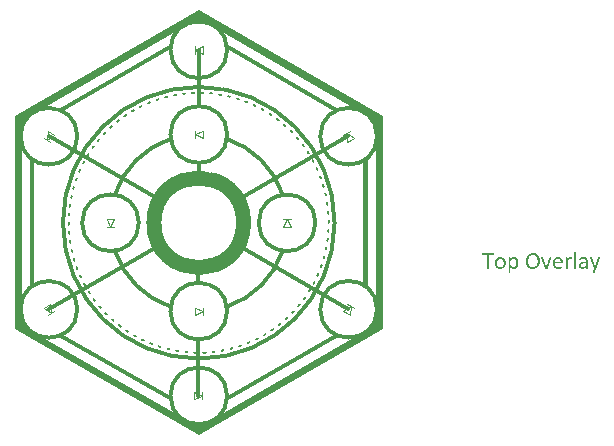
<source format=gto>
G04*
G04 #@! TF.GenerationSoftware,Altium Limited,Altium Designer,20.1.14 (287)*
G04*
G04 Layer_Color=65535*
%FSLAX44Y44*%
%MOMM*%
G71*
G04*
G04 #@! TF.SameCoordinates,555A517A-9F76-4A69-B8FD-E90865B7C856*
G04*
G04*
G04 #@! TF.FilePolarity,Positive*
G04*
G01*
G75*
%ADD10C,0.1500*%
%ADD11C,0.3000*%
%ADD12C,1.3000*%
%ADD13C,0.3500*%
%ADD14C,0.1000*%
%ADD15C,0.4500*%
G36*
X155885Y90000D02*
Y-90000D01*
X0Y-180000D01*
X-155885Y-90000D01*
Y90000D01*
X0Y180000D01*
X155885Y90000D01*
D02*
G37*
G36*
X267259Y-29103D02*
X267490Y-29127D01*
X267768Y-29173D01*
X268045Y-29242D01*
X268323Y-29335D01*
X268601Y-29474D01*
X268624Y-29497D01*
X268717Y-29543D01*
X268832Y-29636D01*
X268994Y-29751D01*
X269179Y-29890D01*
X269364Y-30075D01*
X269550Y-30283D01*
X269711Y-30515D01*
X269735Y-30538D01*
X269781Y-30631D01*
X269874Y-30769D01*
X269966Y-30954D01*
X270059Y-31163D01*
X270174Y-31440D01*
X270267Y-31718D01*
X270359Y-32042D01*
Y-32088D01*
X270382Y-32204D01*
X270429Y-32366D01*
X270475Y-32597D01*
X270498Y-32875D01*
X270544Y-33199D01*
X270568Y-33523D01*
Y-33893D01*
Y-33916D01*
Y-33939D01*
Y-34009D01*
Y-34101D01*
X270544Y-34310D01*
Y-34611D01*
X270498Y-34934D01*
X270452Y-35282D01*
X270382Y-35652D01*
X270290Y-36022D01*
Y-36068D01*
X270244Y-36184D01*
X270174Y-36346D01*
X270105Y-36577D01*
X269989Y-36809D01*
X269874Y-37086D01*
X269711Y-37364D01*
X269550Y-37619D01*
X269526Y-37642D01*
X269457Y-37734D01*
X269364Y-37850D01*
X269226Y-37989D01*
X269040Y-38151D01*
X268832Y-38313D01*
X268578Y-38475D01*
X268323Y-38614D01*
X268300Y-38637D01*
X268184Y-38660D01*
X268045Y-38729D01*
X267837Y-38776D01*
X267583Y-38845D01*
X267305Y-38914D01*
X267004Y-38938D01*
X266657Y-38961D01*
X266518D01*
X266402Y-38938D01*
X266171Y-38914D01*
X265893Y-38868D01*
X265870D01*
X265847Y-38845D01*
X265685Y-38822D01*
X265477Y-38729D01*
X265246Y-38637D01*
X265222D01*
X265199Y-38614D01*
X265037Y-38521D01*
X264829Y-38382D01*
X264598Y-38220D01*
X264575Y-38197D01*
X264551Y-38174D01*
X264482Y-38105D01*
X264389Y-38035D01*
X264181Y-37850D01*
X263927Y-37596D01*
Y-42084D01*
Y-42131D01*
X263880Y-42200D01*
X263857Y-42246D01*
X263741Y-42316D01*
X263718D01*
X263672Y-42339D01*
X263603Y-42362D01*
X263487Y-42385D01*
X263394D01*
X263256Y-42408D01*
X262816D01*
X262677Y-42385D01*
X262654D01*
X262608Y-42362D01*
X262446Y-42316D01*
X262423D01*
X262399Y-42293D01*
X262307Y-42200D01*
Y-42177D01*
X262284Y-42084D01*
Y-29543D01*
Y-29520D01*
Y-29497D01*
X262307Y-29404D01*
Y-29381D01*
X262330Y-29358D01*
X262376Y-29335D01*
X262423Y-29312D01*
X262446D01*
X262492Y-29288D01*
X262561Y-29265D01*
X262654Y-29242D01*
X262677D01*
X262747Y-29219D01*
X263232D01*
X263325Y-29242D01*
X263348D01*
X263418Y-29265D01*
X263556Y-29312D01*
X263580D01*
X263603Y-29335D01*
X263649Y-29358D01*
X263672Y-29404D01*
X263695Y-29427D01*
X263718Y-29543D01*
Y-30746D01*
X263741Y-30723D01*
X263788Y-30677D01*
X263880Y-30607D01*
X263973Y-30492D01*
X264227Y-30260D01*
X264505Y-30029D01*
X264528Y-30006D01*
X264575Y-29983D01*
X264644Y-29913D01*
X264760Y-29844D01*
X264991Y-29682D01*
X265269Y-29520D01*
X265292D01*
X265338Y-29474D01*
X265408Y-29450D01*
X265523Y-29404D01*
X265778Y-29288D01*
X266055Y-29196D01*
X266079D01*
X266125Y-29173D01*
X266217Y-29150D01*
X266310Y-29127D01*
X266588Y-29103D01*
X266912Y-29080D01*
X267074D01*
X267259Y-29103D01*
D02*
G37*
G36*
X314903Y-29103D02*
X314926D01*
X314995Y-29126D01*
X315111Y-29150D01*
X315227Y-29173D01*
X315250D01*
X315342Y-29196D01*
X315435Y-29219D01*
X315551Y-29265D01*
X315574D01*
X315643Y-29288D01*
X315713Y-29311D01*
X315759Y-29358D01*
X315782D01*
X315805Y-29381D01*
X315851Y-29450D01*
X315875Y-29474D01*
Y-29566D01*
Y-29589D01*
X315898Y-29612D01*
Y-29682D01*
Y-29774D01*
Y-29797D01*
X315921Y-29867D01*
Y-29959D01*
Y-30121D01*
Y-30168D01*
Y-30260D01*
Y-30376D01*
X315898Y-30492D01*
Y-30515D01*
Y-30561D01*
X315851Y-30723D01*
Y-30746D01*
X315828Y-30769D01*
X315782Y-30862D01*
X315759Y-30885D01*
X315666Y-30908D01*
X315597D01*
X315458Y-30862D01*
X315435D01*
X315389Y-30839D01*
X315296Y-30793D01*
X315203Y-30769D01*
X315180D01*
X315111Y-30746D01*
X315018Y-30700D01*
X314880Y-30677D01*
X314856D01*
X314764Y-30654D01*
X314625Y-30631D01*
X314440D01*
X314324Y-30654D01*
X314185Y-30677D01*
X314000Y-30746D01*
X313954Y-30769D01*
X313862Y-30816D01*
X313699Y-30931D01*
X313491Y-31070D01*
X313445Y-31116D01*
X313329Y-31232D01*
X313144Y-31440D01*
X312936Y-31695D01*
X312913Y-31718D01*
X312890Y-31764D01*
X312820Y-31834D01*
X312751Y-31950D01*
X312658Y-32088D01*
X312566Y-32250D01*
X312311Y-32620D01*
Y-38544D01*
Y-38567D01*
Y-38591D01*
X312265Y-38683D01*
X312242Y-38706D01*
X312126Y-38776D01*
X312103D01*
X312057Y-38799D01*
X311987D01*
X311871Y-38822D01*
X311779D01*
X311640Y-38845D01*
X311200D01*
X311062Y-38822D01*
X311038D01*
X310992Y-38799D01*
X310830Y-38776D01*
X310807D01*
X310784Y-38752D01*
X310691Y-38683D01*
Y-38637D01*
X310668Y-38544D01*
Y-29543D01*
Y-29520D01*
Y-29497D01*
X310691Y-29404D01*
X310714Y-29381D01*
X310761Y-29335D01*
X310807Y-29312D01*
X310830D01*
X310877Y-29288D01*
X310946Y-29265D01*
X311038Y-29242D01*
X311062D01*
X311131Y-29219D01*
X311640D01*
X311756Y-29242D01*
X311779D01*
X311848Y-29265D01*
X311918Y-29288D01*
X311987Y-29312D01*
X312010D01*
X312033Y-29335D01*
X312080Y-29358D01*
X312103Y-29404D01*
X312126Y-29427D01*
X312149Y-29543D01*
Y-30862D01*
X312172Y-30839D01*
X312219Y-30769D01*
X312288Y-30677D01*
X312381Y-30538D01*
X312589Y-30260D01*
X312843Y-29983D01*
X312866Y-29959D01*
X312890Y-29913D01*
X313052Y-29774D01*
X313237Y-29612D01*
X313445Y-29450D01*
X313468D01*
X313491Y-29427D01*
X313630Y-29335D01*
X313815Y-29242D01*
X314023Y-29173D01*
X314047D01*
X314070Y-29150D01*
X314209Y-29126D01*
X314394Y-29103D01*
X314602Y-29080D01*
X314787D01*
X314903Y-29103D01*
D02*
G37*
G36*
X339222Y-29242D02*
X339361Y-29265D01*
X339384D01*
X339454Y-29288D01*
X339546Y-29311D01*
X339616Y-29358D01*
X339639Y-29381D01*
X339662Y-29404D01*
X339685Y-29474D01*
X339708Y-29543D01*
Y-29566D01*
Y-29612D01*
X339685Y-29728D01*
X339639Y-29844D01*
X336422Y-38776D01*
X335219Y-42061D01*
X335196Y-42084D01*
X335150Y-42154D01*
X335057Y-42246D01*
X334895Y-42316D01*
X334849Y-42339D01*
X334710Y-42362D01*
X334618Y-42385D01*
X334502D01*
X334340Y-42408D01*
X334016D01*
X333877Y-42385D01*
X333738Y-42362D01*
X333715D01*
X333669Y-42339D01*
X333507Y-42270D01*
X333484D01*
X333461Y-42223D01*
X333414Y-42200D01*
X333391Y-42131D01*
Y-42108D01*
Y-42061D01*
X333414Y-41992D01*
X333461Y-41899D01*
X334687Y-38776D01*
X334641Y-38752D01*
X334594Y-38706D01*
X334525Y-38660D01*
Y-38637D01*
X334479Y-38590D01*
X334409Y-38475D01*
X331216Y-29867D01*
X331193Y-29821D01*
X331170Y-29751D01*
X331147Y-29636D01*
X331123Y-29543D01*
Y-29520D01*
Y-29474D01*
X331147Y-29404D01*
X331193Y-29358D01*
X331216Y-29335D01*
X331262Y-29311D01*
X331355Y-29288D01*
X331470Y-29265D01*
X331494D01*
X331609Y-29242D01*
X331748Y-29219D01*
X332280D01*
X332419Y-29242D01*
X332442D01*
X332512Y-29265D01*
X332604Y-29288D01*
X332674Y-29311D01*
X332697D01*
X332743Y-29335D01*
X332789Y-29358D01*
X332836Y-29427D01*
Y-29450D01*
X332859Y-29474D01*
X332928Y-29612D01*
X335497Y-36832D01*
X335520D01*
X338019Y-29589D01*
Y-29566D01*
X338042Y-29474D01*
X338088Y-29404D01*
X338135Y-29335D01*
X338158D01*
X338204Y-29311D01*
X338274Y-29288D01*
X338389Y-29265D01*
X338436D01*
X338528Y-29242D01*
X338690Y-29219D01*
X339060D01*
X339222Y-29242D01*
D02*
G37*
G36*
X298219Y-29242D02*
X298312D01*
X298451Y-29288D01*
X298474D01*
X298497Y-29312D01*
X298543Y-29358D01*
X298566Y-29404D01*
X298589Y-29427D01*
X298613Y-29520D01*
Y-29543D01*
X298589Y-29612D01*
Y-29636D01*
Y-29705D01*
Y-29728D01*
X298566Y-29821D01*
X298543Y-29844D01*
X298520Y-29936D01*
X295466Y-38498D01*
Y-38521D01*
X295443Y-38567D01*
X295350Y-38683D01*
X295327D01*
X295304Y-38729D01*
X295234Y-38752D01*
X295142Y-38776D01*
X295119D01*
X295049Y-38799D01*
X294957D01*
X294818Y-38822D01*
X294679D01*
X294540Y-38845D01*
X293985D01*
X293823Y-38822D01*
X293800D01*
X293707Y-38799D01*
X293615D01*
X293499Y-38776D01*
X293476D01*
X293429Y-38752D01*
X293314Y-38660D01*
Y-38637D01*
X293267Y-38614D01*
X293198Y-38498D01*
X290144Y-29936D01*
Y-29913D01*
X290120Y-29867D01*
X290074Y-29728D01*
Y-29705D01*
Y-29682D01*
X290051Y-29589D01*
Y-29566D01*
Y-29520D01*
Y-29497D01*
Y-29474D01*
X290074Y-29381D01*
Y-29358D01*
X290120Y-29335D01*
X290213Y-29288D01*
X290236D01*
X290282Y-29265D01*
X290352Y-29242D01*
X290491D01*
X290583Y-29219D01*
X291162D01*
X291301Y-29242D01*
X291324D01*
X291416Y-29265D01*
X291486Y-29288D01*
X291578Y-29312D01*
X291601D01*
X291625Y-29335D01*
X291717Y-29404D01*
X291740Y-29427D01*
X291810Y-29543D01*
X294355Y-36971D01*
X294401Y-37086D01*
X294424Y-36971D01*
X296923Y-29543D01*
Y-29520D01*
X296947Y-29497D01*
X296993Y-29404D01*
Y-29381D01*
X297039Y-29358D01*
X297132Y-29312D01*
X297155D01*
X297201Y-29288D01*
X297294Y-29265D01*
X297409Y-29242D01*
X297432D01*
X297525Y-29219D01*
X298104D01*
X298219Y-29242D01*
D02*
G37*
G36*
X326310Y-29103D02*
X326565Y-29126D01*
X326843Y-29173D01*
X327120Y-29242D01*
X327375Y-29311D01*
X327398D01*
X327491Y-29358D01*
X327606Y-29404D01*
X327768Y-29474D01*
X328139Y-29682D01*
X328324Y-29821D01*
X328486Y-29959D01*
X328509Y-29983D01*
X328555Y-30029D01*
X328624Y-30121D01*
X328717Y-30237D01*
X328810Y-30399D01*
X328925Y-30584D01*
X329018Y-30793D01*
X329087Y-31024D01*
Y-31047D01*
X329110Y-31140D01*
X329157Y-31255D01*
X329203Y-31440D01*
X329226Y-31649D01*
X329272Y-31903D01*
X329295Y-32181D01*
Y-32482D01*
Y-38567D01*
Y-38590D01*
Y-38637D01*
X329249Y-38683D01*
X329203Y-38729D01*
X329180D01*
X329157Y-38752D01*
X329087Y-38776D01*
X328971Y-38799D01*
X328948D01*
X328879Y-38822D01*
X328740Y-38845D01*
X328439D01*
X328300Y-38822D01*
X328162Y-38799D01*
X328139D01*
X328069Y-38776D01*
X328000Y-38752D01*
X327930Y-38729D01*
X327907Y-38683D01*
X327884Y-38637D01*
X327861Y-38567D01*
Y-37665D01*
X327838Y-37688D01*
X327768Y-37757D01*
X327629Y-37873D01*
X327491Y-38012D01*
X327282Y-38174D01*
X327051Y-38336D01*
X326819Y-38498D01*
X326542Y-38637D01*
X326519Y-38660D01*
X326426Y-38683D01*
X326264Y-38729D01*
X326079Y-38799D01*
X325848Y-38868D01*
X325593Y-38914D01*
X325316Y-38937D01*
X325015Y-38961D01*
X324760D01*
X324575Y-38937D01*
X324390Y-38914D01*
X324159Y-38891D01*
X323719Y-38776D01*
X323696D01*
X323626Y-38752D01*
X323511Y-38706D01*
X323395Y-38660D01*
X323071Y-38498D01*
X322747Y-38266D01*
X322724Y-38243D01*
X322678Y-38197D01*
X322608Y-38128D01*
X322516Y-38012D01*
X322423Y-37896D01*
X322307Y-37734D01*
X322122Y-37387D01*
Y-37364D01*
X322099Y-37295D01*
X322053Y-37202D01*
X322030Y-37040D01*
X321983Y-36878D01*
X321937Y-36693D01*
X321914Y-36230D01*
Y-36207D01*
Y-36114D01*
X321937Y-35976D01*
X321960Y-35791D01*
X321983Y-35582D01*
X322053Y-35374D01*
X322122Y-35143D01*
X322215Y-34934D01*
X322238Y-34911D01*
X322261Y-34842D01*
X322331Y-34726D01*
X322446Y-34587D01*
X322562Y-34448D01*
X322724Y-34286D01*
X322886Y-34125D01*
X323094Y-33986D01*
X323117Y-33963D01*
X323210Y-33916D01*
X323326Y-33847D01*
X323487Y-33777D01*
X323696Y-33685D01*
X323927Y-33592D01*
X324205Y-33500D01*
X324506Y-33430D01*
X324552D01*
X324668Y-33407D01*
X324829Y-33361D01*
X325061Y-33338D01*
X325339Y-33291D01*
X325662Y-33268D01*
X326033Y-33245D01*
X327653D01*
Y-32551D01*
Y-32528D01*
Y-32459D01*
Y-32366D01*
X327629Y-32250D01*
X327606Y-31949D01*
X327537Y-31649D01*
Y-31625D01*
X327514Y-31579D01*
X327491Y-31510D01*
X327444Y-31417D01*
X327329Y-31186D01*
X327167Y-30978D01*
Y-30954D01*
X327120Y-30931D01*
X327005Y-30816D01*
X326796Y-30677D01*
X326542Y-30561D01*
X326519D01*
X326472Y-30538D01*
X326380Y-30515D01*
X326287Y-30492D01*
X326148Y-30468D01*
X325987Y-30445D01*
X325593Y-30422D01*
X325362D01*
X325223Y-30445D01*
X324853Y-30492D01*
X324482Y-30584D01*
X324459D01*
X324413Y-30607D01*
X324320Y-30631D01*
X324205Y-30677D01*
X323927Y-30769D01*
X323649Y-30908D01*
X323626D01*
X323580Y-30931D01*
X323511Y-30954D01*
X323441Y-31001D01*
X323233Y-31093D01*
X323025Y-31209D01*
X322978Y-31232D01*
X322886Y-31278D01*
X322770Y-31325D01*
X322678Y-31348D01*
X322631D01*
X322516Y-31325D01*
X322492Y-31302D01*
X322423Y-31209D01*
Y-31186D01*
X322400Y-31140D01*
X322354Y-31001D01*
Y-30978D01*
Y-30908D01*
Y-30816D01*
Y-30723D01*
Y-30700D01*
Y-30677D01*
Y-30584D01*
Y-30445D01*
X322377Y-30330D01*
Y-30306D01*
X322423Y-30237D01*
X322469Y-30145D01*
X322539Y-30052D01*
X322562Y-30029D01*
X322654Y-29959D01*
X322793Y-29867D01*
X323002Y-29751D01*
X323025D01*
X323071Y-29728D01*
X323140Y-29682D01*
X323233Y-29636D01*
X323464Y-29543D01*
X323765Y-29427D01*
X323788D01*
X323834Y-29404D01*
X323927Y-29381D01*
X324043Y-29335D01*
X324182Y-29311D01*
X324344Y-29265D01*
X324714Y-29196D01*
X324737D01*
X324806Y-29173D01*
X324899Y-29150D01*
X325038Y-29126D01*
X325177D01*
X325362Y-29103D01*
X325732Y-29080D01*
X326079D01*
X326310Y-29103D01*
D02*
G37*
G36*
X319021Y-24869D02*
X319045D01*
X319114Y-24892D01*
X319207Y-24915D01*
X319276Y-24938D01*
X319299D01*
X319322Y-24961D01*
X319415Y-25054D01*
X319438Y-25077D01*
X319461Y-25170D01*
Y-38544D01*
Y-38567D01*
Y-38590D01*
X319415Y-38683D01*
X319392Y-38706D01*
X319276Y-38776D01*
X319253D01*
X319207Y-38799D01*
X319137D01*
X319021Y-38822D01*
X318929D01*
X318790Y-38845D01*
X318351D01*
X318212Y-38822D01*
X318188D01*
X318142Y-38799D01*
X317980Y-38776D01*
X317957D01*
X317934Y-38752D01*
X317841Y-38683D01*
Y-38637D01*
X317818Y-38544D01*
Y-25170D01*
Y-25147D01*
Y-25123D01*
X317841Y-25054D01*
Y-25031D01*
X317888Y-25008D01*
X317980Y-24938D01*
X318003D01*
X318050Y-24915D01*
X318119Y-24892D01*
X318212Y-24869D01*
X318235D01*
X318327Y-24846D01*
X318906D01*
X319021Y-24869D01*
D02*
G37*
G36*
X249580Y-25887D02*
X249603D01*
X249627Y-25910D01*
X249696Y-26026D01*
Y-26049D01*
X249719Y-26095D01*
X249742Y-26165D01*
X249765Y-26257D01*
Y-26280D01*
X249788Y-26350D01*
Y-26442D01*
Y-26581D01*
Y-26604D01*
Y-26697D01*
Y-26813D01*
X249765Y-26928D01*
Y-26951D01*
X249742Y-26998D01*
X249696Y-27160D01*
X249673Y-27206D01*
X249580Y-27275D01*
X249534D01*
X249441Y-27298D01*
X245809D01*
Y-38544D01*
Y-38591D01*
X245762Y-38683D01*
X245716Y-38706D01*
X245670Y-38729D01*
X245600Y-38752D01*
X245577D01*
X245531Y-38776D01*
X245461D01*
X245346Y-38799D01*
X245322D01*
X245230Y-38822D01*
X245114Y-38845D01*
X244813D01*
X244675Y-38822D01*
X244536Y-38799D01*
X244513D01*
X244443Y-38776D01*
X244258Y-38752D01*
X244235D01*
X244212Y-38729D01*
X244119Y-38683D01*
Y-38660D01*
Y-38637D01*
X244096Y-38544D01*
Y-27298D01*
X240394D01*
X240301Y-27275D01*
X240255Y-27252D01*
X240186Y-27160D01*
Y-27136D01*
X240163Y-27090D01*
Y-27021D01*
X240139Y-26928D01*
Y-26905D01*
Y-26836D01*
X240116Y-26720D01*
Y-26581D01*
Y-26558D01*
Y-26465D01*
Y-26373D01*
X240139Y-26257D01*
Y-26234D01*
X240163Y-26165D01*
X240186Y-26026D01*
Y-26003D01*
X240209Y-25979D01*
X240301Y-25887D01*
X240324D01*
X240348Y-25864D01*
X240440Y-25841D01*
X249488D01*
X249580Y-25887D01*
D02*
G37*
G36*
X304559Y-29103D02*
X304814Y-29127D01*
X305092Y-29173D01*
X305392Y-29219D01*
X305693Y-29312D01*
X305994Y-29427D01*
X306017Y-29450D01*
X306133Y-29497D01*
X306272Y-29566D01*
X306434Y-29682D01*
X306619Y-29797D01*
X306827Y-29959D01*
X307035Y-30145D01*
X307220Y-30353D01*
X307244Y-30376D01*
X307290Y-30445D01*
X307382Y-30584D01*
X307498Y-30746D01*
X307614Y-30931D01*
X307729Y-31163D01*
X307845Y-31417D01*
X307938Y-31695D01*
Y-31718D01*
X307984Y-31834D01*
X308007Y-31973D01*
X308053Y-32181D01*
X308100Y-32435D01*
X308123Y-32713D01*
X308169Y-33014D01*
Y-33338D01*
Y-33639D01*
Y-33662D01*
Y-33708D01*
X308146Y-33847D01*
X308077Y-34032D01*
X307961Y-34194D01*
X307938Y-34217D01*
X307845Y-34263D01*
X307706Y-34333D01*
X307521Y-34356D01*
X301598D01*
Y-34379D01*
Y-34495D01*
Y-34634D01*
X301621Y-34819D01*
Y-35027D01*
X301667Y-35258D01*
X301736Y-35721D01*
Y-35744D01*
X301759Y-35814D01*
X301806Y-35929D01*
X301852Y-36068D01*
X302014Y-36415D01*
X302246Y-36762D01*
X302269Y-36786D01*
X302315Y-36832D01*
X302384Y-36901D01*
X302500Y-36994D01*
X302616Y-37110D01*
X302778Y-37202D01*
X303148Y-37410D01*
X303171D01*
X303241Y-37434D01*
X303379Y-37480D01*
X303541Y-37503D01*
X303750Y-37549D01*
X303981Y-37596D01*
X304235Y-37619D01*
X304768D01*
X304930Y-37596D01*
X305300Y-37572D01*
X305670Y-37526D01*
X305693D01*
X305763Y-37503D01*
X305855Y-37480D01*
X305971Y-37457D01*
X306249Y-37387D01*
X306549Y-37295D01*
X306572D01*
X306619Y-37271D01*
X306758Y-37202D01*
X306966Y-37133D01*
X307151Y-37063D01*
X307174D01*
X307197Y-37040D01*
X307290Y-36994D01*
X307406Y-36971D01*
X307521Y-36948D01*
X307568D01*
X307637Y-36994D01*
X307660D01*
X307683Y-37017D01*
X307729Y-37110D01*
Y-37133D01*
X307753Y-37156D01*
X307776Y-37295D01*
Y-37318D01*
X307799Y-37364D01*
Y-37480D01*
Y-37596D01*
Y-37619D01*
Y-37665D01*
X307776Y-37827D01*
Y-37850D01*
Y-37873D01*
X307753Y-38012D01*
X307729Y-38058D01*
X307683Y-38151D01*
X307660Y-38174D01*
X307614Y-38243D01*
X307568Y-38290D01*
X307452Y-38336D01*
X307290Y-38428D01*
X307267D01*
X307244Y-38452D01*
X307174Y-38475D01*
X307105Y-38498D01*
X306873Y-38567D01*
X306572Y-38660D01*
X306549D01*
X306503Y-38683D01*
X306411Y-38706D01*
X306295Y-38729D01*
X306156Y-38752D01*
X305971Y-38799D01*
X305578Y-38868D01*
X305554D01*
X305485Y-38891D01*
X305369D01*
X305231Y-38914D01*
X305045Y-38938D01*
X304837D01*
X304374Y-38961D01*
X304189D01*
X303981Y-38938D01*
X303726Y-38914D01*
X303402Y-38891D01*
X303078Y-38822D01*
X302754Y-38752D01*
X302431Y-38660D01*
X302384Y-38637D01*
X302292Y-38614D01*
X302130Y-38521D01*
X301945Y-38428D01*
X301713Y-38313D01*
X301482Y-38151D01*
X301250Y-37966D01*
X301019Y-37757D01*
X300996Y-37734D01*
X300926Y-37642D01*
X300834Y-37503D01*
X300695Y-37341D01*
X300556Y-37110D01*
X300417Y-36855D01*
X300279Y-36554D01*
X300163Y-36230D01*
Y-36184D01*
X300117Y-36068D01*
X300070Y-35883D01*
X300024Y-35605D01*
X299978Y-35305D01*
X299932Y-34934D01*
X299908Y-34518D01*
X299885Y-34078D01*
Y-34055D01*
Y-34032D01*
Y-33893D01*
X299908Y-33662D01*
X299932Y-33384D01*
X299955Y-33060D01*
X300001Y-32713D01*
X300070Y-32343D01*
X300163Y-31996D01*
X300186Y-31950D01*
X300209Y-31834D01*
X300279Y-31672D01*
X300394Y-31440D01*
X300510Y-31209D01*
X300649Y-30931D01*
X300834Y-30677D01*
X301019Y-30422D01*
X301042Y-30399D01*
X301112Y-30307D01*
X301250Y-30191D01*
X301413Y-30052D01*
X301598Y-29890D01*
X301829Y-29728D01*
X302107Y-29566D01*
X302384Y-29427D01*
X302431Y-29404D01*
X302523Y-29381D01*
X302685Y-29312D01*
X302917Y-29242D01*
X303171Y-29196D01*
X303495Y-29127D01*
X303819Y-29103D01*
X304189Y-29080D01*
X304374D01*
X304559Y-29103D01*
D02*
G37*
G36*
X283549Y-25679D02*
X283896Y-25702D01*
X284289Y-25771D01*
X284706Y-25841D01*
X285122Y-25956D01*
X285539Y-26095D01*
X285562D01*
X285585Y-26118D01*
X285724Y-26165D01*
X285909Y-26280D01*
X286164Y-26419D01*
X286441Y-26604D01*
X286742Y-26813D01*
X287020Y-27067D01*
X287297Y-27368D01*
X287321Y-27414D01*
X287413Y-27507D01*
X287552Y-27692D01*
X287691Y-27923D01*
X287876Y-28224D01*
X288061Y-28571D01*
X288223Y-28965D01*
X288362Y-29404D01*
Y-29427D01*
X288385Y-29450D01*
Y-29520D01*
X288408Y-29612D01*
X288454Y-29728D01*
X288477Y-29867D01*
X288547Y-30191D01*
X288593Y-30607D01*
X288663Y-31093D01*
X288686Y-31602D01*
X288709Y-32181D01*
Y-32204D01*
Y-32250D01*
Y-32343D01*
Y-32435D01*
Y-32574D01*
X288686Y-32736D01*
X288663Y-33106D01*
X288616Y-33546D01*
X288547Y-34032D01*
X288454Y-34518D01*
X288339Y-35004D01*
Y-35027D01*
X288316Y-35050D01*
X288292Y-35120D01*
X288269Y-35212D01*
X288177Y-35443D01*
X288061Y-35744D01*
X287899Y-36068D01*
X287714Y-36439D01*
X287482Y-36786D01*
X287228Y-37133D01*
X287205Y-37179D01*
X287089Y-37271D01*
X286927Y-37434D01*
X286719Y-37642D01*
X286441Y-37850D01*
X286140Y-38081D01*
X285770Y-38290D01*
X285377Y-38498D01*
X285354D01*
X285331Y-38521D01*
X285261Y-38544D01*
X285192Y-38567D01*
X284937Y-38637D01*
X284636Y-38729D01*
X284266Y-38822D01*
X283827Y-38891D01*
X283317Y-38938D01*
X282785Y-38961D01*
X282531D01*
X282415Y-38938D01*
X282276D01*
X281929Y-38914D01*
X281536Y-38868D01*
X281096Y-38776D01*
X280680Y-38683D01*
X280263Y-38544D01*
X280217Y-38521D01*
X280078Y-38452D01*
X279893Y-38359D01*
X279638Y-38220D01*
X279361Y-38035D01*
X279083Y-37827D01*
X278782Y-37572D01*
X278504Y-37271D01*
X278481Y-37225D01*
X278389Y-37133D01*
X278273Y-36948D01*
X278111Y-36693D01*
X277949Y-36392D01*
X277764Y-36045D01*
X277602Y-35652D01*
X277463Y-35212D01*
Y-35189D01*
X277440Y-35166D01*
Y-35096D01*
X277417Y-35004D01*
X277394Y-34888D01*
X277371Y-34749D01*
X277301Y-34402D01*
X277232Y-33986D01*
X277185Y-33500D01*
X277162Y-32968D01*
X277139Y-32389D01*
Y-32366D01*
Y-32320D01*
Y-32250D01*
Y-32135D01*
Y-31996D01*
X277162Y-31834D01*
X277185Y-31463D01*
X277232Y-31047D01*
X277278Y-30561D01*
X277371Y-30098D01*
X277486Y-29612D01*
Y-29589D01*
X277509Y-29566D01*
X277533Y-29497D01*
X277556Y-29404D01*
X277648Y-29173D01*
X277764Y-28872D01*
X277926Y-28548D01*
X278111Y-28201D01*
X278342Y-27854D01*
X278597Y-27507D01*
X278643Y-27460D01*
X278736Y-27368D01*
X278898Y-27206D01*
X279106Y-26998D01*
X279384Y-26789D01*
X279685Y-26558D01*
X280055Y-26350D01*
X280448Y-26142D01*
X280471D01*
X280494Y-26118D01*
X280564Y-26095D01*
X280656Y-26072D01*
X280888Y-25979D01*
X281189Y-25887D01*
X281559Y-25817D01*
X282022Y-25725D01*
X282508Y-25679D01*
X283040Y-25656D01*
X283271D01*
X283549Y-25679D01*
D02*
G37*
G36*
X255828Y-29103D02*
X256082Y-29127D01*
X256383Y-29173D01*
X256707Y-29219D01*
X257031Y-29312D01*
X257355Y-29427D01*
X257401Y-29450D01*
X257494Y-29497D01*
X257656Y-29566D01*
X257841Y-29659D01*
X258072Y-29797D01*
X258304Y-29959D01*
X258535Y-30145D01*
X258743Y-30376D01*
X258766Y-30399D01*
X258836Y-30492D01*
X258929Y-30631D01*
X259067Y-30793D01*
X259183Y-31024D01*
X259322Y-31278D01*
X259461Y-31579D01*
X259576Y-31903D01*
X259600Y-31950D01*
X259623Y-32065D01*
X259669Y-32250D01*
X259715Y-32505D01*
X259762Y-32806D01*
X259808Y-33153D01*
X259854Y-33523D01*
Y-33939D01*
Y-33963D01*
Y-33986D01*
Y-34125D01*
X259831Y-34333D01*
X259808Y-34587D01*
X259785Y-34911D01*
X259738Y-35235D01*
X259646Y-35605D01*
X259553Y-35953D01*
X259530Y-35999D01*
X259507Y-36115D01*
X259438Y-36277D01*
X259322Y-36508D01*
X259206Y-36739D01*
X259067Y-37017D01*
X258882Y-37295D01*
X258674Y-37549D01*
X258651Y-37572D01*
X258581Y-37665D01*
X258443Y-37781D01*
X258281Y-37919D01*
X258072Y-38105D01*
X257841Y-38266D01*
X257563Y-38428D01*
X257239Y-38591D01*
X257193Y-38614D01*
X257077Y-38637D01*
X256915Y-38706D01*
X256661Y-38776D01*
X256383Y-38845D01*
X256036Y-38891D01*
X255666Y-38938D01*
X255249Y-38961D01*
X255064D01*
X254856Y-38938D01*
X254601Y-38914D01*
X254277Y-38891D01*
X253953Y-38822D01*
X253630Y-38752D01*
X253306Y-38637D01*
X253259Y-38614D01*
X253167Y-38567D01*
X253005Y-38498D01*
X252820Y-38405D01*
X252612Y-38266D01*
X252380Y-38105D01*
X252149Y-37896D01*
X251917Y-37688D01*
X251894Y-37665D01*
X251825Y-37572D01*
X251732Y-37434D01*
X251616Y-37271D01*
X251478Y-37040D01*
X251362Y-36786D01*
X251223Y-36485D01*
X251107Y-36161D01*
Y-36115D01*
X251061Y-35999D01*
X251038Y-35814D01*
X250992Y-35559D01*
X250945Y-35258D01*
X250899Y-34911D01*
X250876Y-34541D01*
X250853Y-34125D01*
Y-34101D01*
Y-34078D01*
Y-33939D01*
X250876Y-33731D01*
X250899Y-33454D01*
X250922Y-33130D01*
X250969Y-32806D01*
X251038Y-32435D01*
X251131Y-32088D01*
X251154Y-32042D01*
X251177Y-31926D01*
X251246Y-31764D01*
X251339Y-31533D01*
X251455Y-31302D01*
X251616Y-31024D01*
X251778Y-30746D01*
X251987Y-30492D01*
X252010Y-30468D01*
X252102Y-30376D01*
X252218Y-30260D01*
X252380Y-30098D01*
X252588Y-29936D01*
X252843Y-29774D01*
X253120Y-29589D01*
X253421Y-29450D01*
X253468Y-29427D01*
X253583Y-29381D01*
X253745Y-29335D01*
X254000Y-29265D01*
X254301Y-29196D01*
X254625Y-29127D01*
X255018Y-29103D01*
X255434Y-29080D01*
X255620D01*
X255828Y-29103D01*
D02*
G37*
%LPC*%
G36*
X0Y170928D02*
Y170505D01*
X-7379Y168811D01*
X-15633Y164046D01*
X-19967Y161544D01*
X-132460Y96596D01*
X-142505Y90796D01*
X-148028Y85464D01*
X-147662Y85253D01*
X-149885Y78015D01*
Y68485D01*
Y63480D01*
X-149885Y-66416D01*
X-149885Y-78015D01*
X-148028Y-85464D01*
X-147662Y-85253D01*
X-142505Y-90796D01*
X-134252Y-95561D01*
X-129917Y-98064D01*
X-17424Y-163012D01*
X-7379Y-168811D01*
X0Y-170928D01*
Y-170505D01*
X7379Y-168811D01*
X15633Y-164046D01*
X19967Y-161544D01*
X132460Y-96596D01*
X142505Y-90796D01*
X148028Y-85464D01*
X147662Y-85253D01*
X149885Y-78015D01*
Y-68485D01*
Y-63480D01*
X149885Y66416D01*
X149885Y78015D01*
X148028Y85464D01*
X147662Y85253D01*
X142505Y90796D01*
X134252Y95561D01*
X129917Y98064D01*
X17424Y163012D01*
X7379Y168811D01*
X0Y170928D01*
D02*
G37*
G36*
X266611Y-30492D02*
X266565D01*
X266402Y-30515D01*
X266194Y-30538D01*
X265963Y-30607D01*
X265940D01*
X265917Y-30631D01*
X265778Y-30677D01*
X265569Y-30769D01*
X265338Y-30908D01*
X265315D01*
X265292Y-30954D01*
X265222Y-31001D01*
X265130Y-31047D01*
X264898Y-31232D01*
X264644Y-31463D01*
X264621Y-31487D01*
X264575Y-31510D01*
X264505Y-31602D01*
X264436Y-31695D01*
X264204Y-31950D01*
X263927Y-32273D01*
Y-35837D01*
X263950Y-35883D01*
X264042Y-35976D01*
X264181Y-36115D01*
X264343Y-36300D01*
X264528Y-36508D01*
X264736Y-36716D01*
X264968Y-36924D01*
X265199Y-37110D01*
X265222Y-37133D01*
X265315Y-37179D01*
X265431Y-37248D01*
X265593Y-37318D01*
X265801Y-37410D01*
X266009Y-37480D01*
X266241Y-37526D01*
X266495Y-37549D01*
X266611D01*
X266726Y-37526D01*
X266865Y-37503D01*
X267212Y-37434D01*
X267397Y-37364D01*
X267560Y-37271D01*
X267583Y-37248D01*
X267629Y-37225D01*
X267722Y-37156D01*
X267837Y-37063D01*
X267953Y-36948D01*
X268069Y-36809D01*
X268300Y-36462D01*
X268323Y-36439D01*
X268346Y-36369D01*
X268393Y-36277D01*
X268462Y-36138D01*
X268531Y-35976D01*
X268601Y-35768D01*
X268717Y-35351D01*
Y-35328D01*
X268740Y-35235D01*
X268763Y-35120D01*
X268786Y-34958D01*
X268809Y-34773D01*
X268832Y-34541D01*
X268855Y-34078D01*
Y-34055D01*
Y-33963D01*
Y-33824D01*
X268832Y-33662D01*
Y-33454D01*
X268809Y-33245D01*
X268740Y-32759D01*
Y-32736D01*
X268717Y-32644D01*
X268693Y-32528D01*
X268647Y-32366D01*
X268601Y-32181D01*
X268531Y-31996D01*
X268369Y-31602D01*
Y-31579D01*
X268323Y-31510D01*
X268277Y-31417D01*
X268184Y-31302D01*
X267976Y-31047D01*
X267675Y-30793D01*
X267652Y-30769D01*
X267606Y-30746D01*
X267513Y-30700D01*
X267397Y-30631D01*
X267236Y-30584D01*
X267050Y-30538D01*
X266842Y-30515D01*
X266611Y-30492D01*
D02*
G37*
G36*
X327653Y-34425D02*
X325987D01*
X325825Y-34448D01*
X325639D01*
X325431Y-34472D01*
X325038Y-34541D01*
X325015D01*
X324968Y-34564D01*
X324876Y-34587D01*
X324760Y-34634D01*
X324482Y-34726D01*
X324228Y-34888D01*
X324205D01*
X324182Y-34934D01*
X324043Y-35050D01*
X323881Y-35212D01*
X323742Y-35443D01*
Y-35467D01*
X323719Y-35490D01*
X323696Y-35559D01*
X323673Y-35652D01*
X323626Y-35883D01*
X323603Y-36161D01*
Y-36184D01*
Y-36277D01*
X323626Y-36392D01*
X323649Y-36554D01*
X323719Y-36739D01*
X323788Y-36924D01*
X323904Y-37109D01*
X324043Y-37271D01*
X324066Y-37295D01*
X324135Y-37341D01*
X324228Y-37387D01*
X324367Y-37457D01*
X324529Y-37549D01*
X324737Y-37596D01*
X324991Y-37642D01*
X325269Y-37665D01*
X325385D01*
X325501Y-37642D01*
X325662Y-37619D01*
X325848Y-37596D01*
X326056Y-37526D01*
X326264Y-37457D01*
X326472Y-37341D01*
X326496Y-37318D01*
X326565Y-37271D01*
X326681Y-37202D01*
X326819Y-37086D01*
X327005Y-36948D01*
X327213Y-36786D01*
X327421Y-36577D01*
X327653Y-36346D01*
Y-34425D01*
D02*
G37*
G36*
X304120Y-30376D02*
X303888D01*
X303750Y-30399D01*
X303402Y-30468D01*
X303032Y-30607D01*
X303009D01*
X302963Y-30654D01*
X302870Y-30700D01*
X302754Y-30769D01*
X302500Y-30978D01*
X302246Y-31232D01*
X302222Y-31255D01*
X302199Y-31302D01*
X302130Y-31371D01*
X302083Y-31487D01*
X301991Y-31602D01*
X301922Y-31764D01*
X301759Y-32111D01*
Y-32135D01*
X301736Y-32204D01*
X301713Y-32297D01*
X301690Y-32435D01*
X301644Y-32597D01*
X301621Y-32759D01*
X301598Y-33153D01*
X306503D01*
Y-33130D01*
Y-33083D01*
Y-33037D01*
Y-32945D01*
X306480Y-32713D01*
X306434Y-32412D01*
X306364Y-32088D01*
X306249Y-31741D01*
X306110Y-31417D01*
X305902Y-31116D01*
X305878Y-31093D01*
X305786Y-31001D01*
X305647Y-30885D01*
X305462Y-30746D01*
X305207Y-30607D01*
X304907Y-30492D01*
X304536Y-30399D01*
X304120Y-30376D01*
D02*
G37*
G36*
X282947Y-27136D02*
X282762D01*
X282554Y-27160D01*
X282299Y-27183D01*
X281999Y-27252D01*
X281698Y-27322D01*
X281374Y-27437D01*
X281073Y-27576D01*
X281050Y-27599D01*
X280957Y-27645D01*
X280795Y-27738D01*
X280633Y-27877D01*
X280425Y-28039D01*
X280217Y-28224D01*
X280009Y-28432D01*
X279823Y-28687D01*
X279800Y-28710D01*
X279754Y-28802D01*
X279661Y-28965D01*
X279569Y-29150D01*
X279453Y-29381D01*
X279338Y-29682D01*
X279245Y-29983D01*
X279152Y-30330D01*
Y-30376D01*
X279129Y-30492D01*
X279106Y-30677D01*
X279060Y-30908D01*
X279037Y-31209D01*
X278990Y-31533D01*
X278967Y-31903D01*
Y-32273D01*
Y-32297D01*
Y-32320D01*
Y-32459D01*
Y-32690D01*
X278990Y-32968D01*
X279014Y-33292D01*
X279037Y-33639D01*
X279152Y-34379D01*
Y-34425D01*
X279199Y-34541D01*
X279245Y-34726D01*
X279291Y-34934D01*
X279384Y-35189D01*
X279499Y-35467D01*
X279615Y-35744D01*
X279777Y-36022D01*
X279800Y-36045D01*
X279870Y-36138D01*
X279962Y-36253D01*
X280101Y-36415D01*
X280286Y-36600D01*
X280471Y-36762D01*
X280726Y-36948D01*
X280980Y-37110D01*
X281027Y-37133D01*
X281119Y-37156D01*
X281281Y-37225D01*
X281513Y-37295D01*
X281790Y-37364D01*
X282114Y-37410D01*
X282461Y-37457D01*
X282878Y-37480D01*
X283063D01*
X283271Y-37457D01*
X283526Y-37434D01*
X283827Y-37387D01*
X284127Y-37295D01*
X284451Y-37202D01*
X284752Y-37063D01*
X284798Y-37040D01*
X284891Y-36994D01*
X285030Y-36901D01*
X285215Y-36762D01*
X285400Y-36600D01*
X285608Y-36415D01*
X285816Y-36207D01*
X286002Y-35953D01*
X286025Y-35929D01*
X286071Y-35814D01*
X286164Y-35675D01*
X286256Y-35467D01*
X286372Y-35235D01*
X286488Y-34958D01*
X286580Y-34634D01*
X286673Y-34286D01*
Y-34240D01*
X286696Y-34125D01*
X286742Y-33939D01*
X286788Y-33685D01*
X286812Y-33384D01*
X286858Y-33037D01*
X286881Y-32690D01*
Y-32297D01*
Y-32273D01*
Y-32250D01*
Y-32111D01*
Y-31903D01*
X286858Y-31625D01*
X286835Y-31325D01*
X286788Y-30978D01*
X286673Y-30260D01*
Y-30214D01*
X286626Y-30098D01*
X286580Y-29913D01*
X286534Y-29705D01*
X286441Y-29450D01*
X286326Y-29173D01*
X286187Y-28895D01*
X286025Y-28617D01*
X286002Y-28594D01*
X285955Y-28502D01*
X285840Y-28386D01*
X285701Y-28224D01*
X285539Y-28039D01*
X285331Y-27854D01*
X285099Y-27692D01*
X284821Y-27530D01*
X284798Y-27507D01*
X284683Y-27460D01*
X284521Y-27414D01*
X284312Y-27322D01*
X284035Y-27252D01*
X283711Y-27206D01*
X283341Y-27160D01*
X282947Y-27136D01*
D02*
G37*
G36*
X255365Y-30468D02*
X255249D01*
X255110Y-30492D01*
X254925D01*
X254740Y-30538D01*
X254509Y-30584D01*
X254301Y-30654D01*
X254092Y-30746D01*
X254069D01*
X254000Y-30793D01*
X253907Y-30862D01*
X253792Y-30931D01*
X253514Y-31163D01*
X253236Y-31487D01*
X253213Y-31510D01*
X253190Y-31579D01*
X253120Y-31672D01*
X253051Y-31788D01*
X252959Y-31950D01*
X252866Y-32158D01*
X252797Y-32366D01*
X252727Y-32597D01*
Y-32620D01*
X252704Y-32713D01*
X252681Y-32852D01*
X252658Y-33014D01*
X252612Y-33222D01*
X252588Y-33477D01*
X252565Y-33731D01*
Y-34009D01*
Y-34032D01*
Y-34125D01*
Y-34286D01*
X252588Y-34448D01*
Y-34680D01*
X252612Y-34911D01*
X252681Y-35397D01*
Y-35420D01*
X252704Y-35513D01*
X252750Y-35629D01*
X252797Y-35791D01*
X252935Y-36138D01*
X253144Y-36531D01*
X253167Y-36554D01*
X253213Y-36600D01*
X253283Y-36693D01*
X253375Y-36809D01*
X253491Y-36924D01*
X253653Y-37063D01*
X254000Y-37295D01*
X254023D01*
X254092Y-37341D01*
X254208Y-37387D01*
X254370Y-37434D01*
X254555Y-37480D01*
X254787Y-37526D01*
X255041Y-37549D01*
X255319Y-37572D01*
X255434D01*
X255573Y-37549D01*
X255758D01*
X255967Y-37503D01*
X256175Y-37457D01*
X256383Y-37410D01*
X256591Y-37318D01*
X256615Y-37295D01*
X256684Y-37271D01*
X256777Y-37202D01*
X256892Y-37133D01*
X257193Y-36901D01*
X257471Y-36600D01*
X257494Y-36577D01*
X257517Y-36508D01*
X257586Y-36415D01*
X257656Y-36277D01*
X257748Y-36115D01*
X257841Y-35929D01*
X257910Y-35721D01*
X257980Y-35490D01*
Y-35467D01*
X258003Y-35374D01*
X258026Y-35235D01*
X258072Y-35050D01*
X258095Y-34842D01*
X258119Y-34611D01*
X258142Y-34055D01*
Y-34032D01*
Y-33939D01*
Y-33777D01*
X258119Y-33592D01*
Y-33384D01*
X258095Y-33153D01*
X258003Y-32667D01*
Y-32644D01*
X257980Y-32551D01*
X257934Y-32435D01*
X257887Y-32273D01*
X257748Y-31903D01*
X257540Y-31533D01*
X257517Y-31510D01*
X257494Y-31440D01*
X257425Y-31371D01*
X257332Y-31255D01*
X257216Y-31140D01*
X257054Y-31001D01*
X256892Y-30885D01*
X256707Y-30769D01*
X256684Y-30746D01*
X256615Y-30723D01*
X256499Y-30677D01*
X256337Y-30607D01*
X256152Y-30561D01*
X255920Y-30515D01*
X255666Y-30492D01*
X255365Y-30468D01*
D02*
G37*
%LPD*%
D10*
X3839Y109933D02*
G03*
X1920Y109984I-3839J-109933D01*
G01*
X11498Y109398D02*
G03*
X9587Y109582I-11498J-109397D01*
G01*
X19101Y108329D02*
G03*
X17208Y108646I-19101J-108329D01*
G01*
X26611Y106733D02*
G03*
X24745Y107181I-26611J-106733D01*
G01*
X33992Y104616D02*
G03*
X32161Y105194I-33992J-104616D01*
G01*
X41207Y101990D02*
G03*
X39421Y102694I-41207J-101990D01*
G01*
X48221Y98868D02*
G03*
X46488Y99694I-48221J-98867D01*
G01*
X55000Y95263D02*
G03*
X53329Y96208I-55000J-95263D01*
G01*
X61511Y91194D02*
G03*
X59910Y92254I-61511J-91194D01*
G01*
X67723Y86681D02*
G03*
X66200Y87850I-67723J-86681D01*
G01*
X73605Y81746D02*
G03*
X72167Y83018I-73604J-81746D01*
G01*
X79128Y76413D02*
G03*
X77782Y77782I-79127J-76412D01*
G01*
X84265Y70707D02*
G03*
X83018Y72167I-84265J-70707D01*
G01*
X88992Y64657D02*
G03*
X87850Y66200I-88992J-64656D01*
G01*
X93286Y58291D02*
G03*
X92254Y59910I-93285J-58291D01*
G01*
X97125Y51642D02*
G03*
X96208Y53329I-97124J-51642D01*
G01*
X100490Y44741D02*
G03*
X99694Y46488I-100490J-44741D01*
G01*
X103366Y37622D02*
G03*
X102694Y39421I-103366J-37622D01*
G01*
X105739Y30320D02*
G03*
X105194Y32161I-105739J-30320D01*
G01*
X107597Y22870D02*
G03*
X107181Y24745I-107596J-22870D01*
G01*
X108930Y15309D02*
G03*
X108646Y17208I-108930J-15309D01*
G01*
X109732Y7673D02*
G03*
X109582Y9587I-109732J-7673D01*
G01*
X110000Y0D02*
G03*
X109984Y1920I-110000J0D01*
G01*
X109732Y-7673D02*
G03*
X109850Y-5757I-109732J7673D01*
G01*
X108930Y-15309D02*
G03*
X109180Y-13406I-108930J15309D01*
G01*
X107597Y-22870D02*
G03*
X107979Y-20989I-107596J22870D01*
G01*
X105739Y-30320D02*
G03*
X106252Y-28470I-105739J30320D01*
G01*
X103366Y-37622D02*
G03*
X104007Y-35813I-103366J37622D01*
G01*
X100490Y-44741D02*
G03*
X101256Y-42981I-100490J44741D01*
G01*
X97125Y-51642D02*
G03*
X98011Y-49939I-97124J51642D01*
G01*
X93286Y-58291D02*
G03*
X94289Y-56654I-93285J58291D01*
G01*
X88992Y-64657D02*
G03*
X90107Y-63094I-88992J64656D01*
G01*
X84265Y-70707D02*
G03*
X85486Y-69225I-84265J70707D01*
G01*
X79128Y-76413D02*
G03*
X80449Y-75020I-79127J76412D01*
G01*
X73605Y-81746D02*
G03*
X75020Y-80449I-73604J81746D01*
G01*
X67723Y-86681D02*
G03*
X69225Y-85486I-67723J86681D01*
G01*
X61511Y-91194D02*
G03*
X63094Y-90107I-61511J91194D01*
G01*
X55000Y-95263D02*
G03*
X56654Y-94289I-55000J95263D01*
G01*
X48221Y-98868D02*
G03*
X49939Y-98011I-48221J98867D01*
G01*
X41207Y-101990D02*
G03*
X42980Y-101256I-41207J101990D01*
G01*
X33992Y-104616D02*
G03*
X35813Y-104007I-33992J104616D01*
G01*
X26611Y-106733D02*
G03*
X28470Y-106252I-26611J106733D01*
G01*
X19101Y-108329D02*
G03*
X20989Y-107979I-19101J108329D01*
G01*
X11498Y-109398D02*
G03*
X13406Y-109180I-11498J109397D01*
G01*
X3839Y-109933D02*
G03*
X5757Y-109850I-3839J109933D01*
G01*
X-3839Y-109933D02*
G03*
X-1920Y-109984I3839J109933D01*
G01*
X-11498Y-109398D02*
G03*
X-9587Y-109582I11498J109397D01*
G01*
X-19101Y-108329D02*
G03*
X-17208Y-108646I19101J108329D01*
G01*
X-26611Y-106733D02*
G03*
X-24745Y-107181I26611J106733D01*
G01*
X-33992Y-104616D02*
G03*
X-32161Y-105194I33992J104616D01*
G01*
X-41207Y-101990D02*
G03*
X-39421Y-102694I41207J101990D01*
G01*
X-48221Y-98868D02*
G03*
X-46488Y-99694I48221J98867D01*
G01*
X-55000Y-95263D02*
G03*
X-53329Y-96208I55000J95263D01*
G01*
X-61511Y-91194D02*
G03*
X-59910Y-92254I61511J91194D01*
G01*
X-67723Y-86681D02*
G03*
X-66200Y-87850I67723J86681D01*
G01*
X-73605Y-81746D02*
G03*
X-72167Y-83018I73604J81746D01*
G01*
X-79128Y-76413D02*
G03*
X-77782Y-77782I79127J76412D01*
G01*
X-84265Y-70707D02*
G03*
X-83018Y-72167I84265J70707D01*
G01*
X-88992Y-64657D02*
G03*
X-87850Y-66200I88992J64656D01*
G01*
X-93286Y-58291D02*
G03*
X-92254Y-59910I93285J58291D01*
G01*
X-97125Y-51642D02*
G03*
X-96208Y-53329I97124J51642D01*
G01*
X-100490Y-44741D02*
G03*
X-99694Y-46488I100490J44741D01*
G01*
X-103366Y-37622D02*
G03*
X-102694Y-39421I103366J37622D01*
G01*
X-105739Y-30320D02*
G03*
X-105194Y-32161I105739J30320D01*
G01*
X-107597Y-22870D02*
G03*
X-107181Y-24745I107596J22870D01*
G01*
X-108930Y-15309D02*
G03*
X-108646Y-17208I108930J15309D01*
G01*
X-109732Y-7673D02*
G03*
X-109582Y-9587I109732J7673D01*
G01*
X-110000Y0D02*
G03*
X-109984Y-1920I110000J0D01*
G01*
X-109732Y7673D02*
G03*
X-109850Y5757I109732J-7673D01*
G01*
X-108930Y15309D02*
G03*
X-109180Y13406I108930J-15309D01*
G01*
X-107597Y22870D02*
G03*
X-107979Y20989I107596J-22870D01*
G01*
X-105739Y30320D02*
G03*
X-106252Y28470I105739J-30320D01*
G01*
X-103366Y37622D02*
G03*
X-104007Y35813I103366J-37622D01*
G01*
X-100490Y44741D02*
G03*
X-101256Y42981I100490J-44741D01*
G01*
X-97125Y51642D02*
G03*
X-98011Y49939I97124J-51642D01*
G01*
X-93286Y58291D02*
G03*
X-94289Y56654I93285J-58291D01*
G01*
X-88992Y64657D02*
G03*
X-90107Y63094I88992J-64656D01*
G01*
X-84265Y70707D02*
G03*
X-85486Y69225I84265J-70707D01*
G01*
X-79128Y76413D02*
G03*
X-80449Y75020I79127J-76412D01*
G01*
X-73605Y81746D02*
G03*
X-75020Y80449I73604J-81746D01*
G01*
X-67723Y86681D02*
G03*
X-69225Y85486I67723J-86681D01*
G01*
X-61511Y91194D02*
G03*
X-63094Y90107I61511J-91194D01*
G01*
X-55000Y95263D02*
G03*
X-56654Y94289I55000J-95263D01*
G01*
X-48221Y98868D02*
G03*
X-49939Y98011I48221J-98867D01*
G01*
X-41207Y101990D02*
G03*
X-42980Y101256I41207J-101990D01*
G01*
X-33992Y104616D02*
G03*
X-35813Y104007I33992J-104616D01*
G01*
X-26611Y106733D02*
G03*
X-28470Y106252I26611J-106733D01*
G01*
X-19101Y108329D02*
G03*
X-20989Y107979I19101J-108329D01*
G01*
X-11498Y109398D02*
G03*
X-13406Y109180I11498J-109397D01*
G01*
X-3839Y109933D02*
G03*
X-5757Y109850I3839J-109933D01*
G01*
D11*
X115000Y0D02*
G03*
X115000Y0I-115000J0D01*
G01*
X-70894Y-24218D02*
G03*
X-23720Y-71063I70894J24218D01*
G01*
X-24218Y70894D02*
G03*
X-71063Y23720I24218J-70894D01*
G01*
X70894Y24218D02*
G03*
X23720Y71063I-70894J-24218D01*
G01*
X98755Y0D02*
G03*
X98755Y0I-24005J0D01*
G01*
X24005Y-74750D02*
G03*
X24005Y-74750I-24005J0D01*
G01*
X-50745Y0D02*
G03*
X-50745Y0I-24005J0D01*
G01*
X24005Y74750D02*
G03*
X24005Y74750I-24005J0D01*
G01*
X24218Y-70894D02*
G03*
X71063Y-23720I-24218J70894D01*
G01*
X31393Y18125D02*
X126656Y73125D01*
X31393Y-18125D02*
X126656Y-73125D01*
X-126656D02*
X-31393Y-18125D01*
X-126656Y73125D02*
X-31393Y18125D01*
X-527Y-99199D02*
X-527Y-146352D01*
X0Y99097D02*
Y146250D01*
X24594Y-148782D02*
X116392Y-95782D01*
X-116552Y-95690D02*
X-24754Y-148690D01*
X-141146Y-52908D02*
Y53092D01*
X-116392Y95782D02*
X-24594Y148782D01*
D12*
X38000Y0D02*
G03*
X38000Y0I-38000J0D01*
G01*
D13*
X-102867Y73250D02*
G03*
X-102867Y73250I-24005J0D01*
G01*
Y-73250D02*
G03*
X-102867Y-73250I-24005J0D01*
G01*
X24005Y-146500D02*
G03*
X24005Y-146500I-24005J0D01*
G01*
X150878Y-73250D02*
G03*
X150878Y-73250I-24005J0D01*
G01*
Y73250D02*
G03*
X150878Y73250I-24005J0D01*
G01*
X24005Y146500D02*
G03*
X24005Y146500I-24005J0D01*
G01*
X-527Y-50352D02*
Y-35949D01*
X0Y35847D02*
Y50250D01*
X24754Y148690D02*
X116552Y95690D01*
D14*
X74750Y3500D02*
X78000Y3500D01*
X71500Y3500D02*
X74750Y3500D01*
Y-3500D02*
X78000D01*
X71500Y-3500D02*
X74750Y-3500D01*
X71500Y-3500D02*
X74750Y3500D01*
X78000Y-3500D01*
X3500Y-78250D02*
X3500Y-75000D01*
X3500Y-71750D01*
X-3500Y-78250D02*
Y-75000D01*
X-3500Y-71750D01*
X3500Y-75000D01*
X-3500Y-78250D02*
X3500Y-75000D01*
X-78000Y-3500D02*
X-74750D01*
X-71500Y-3500D01*
X-78000Y3500D02*
X-74750D01*
X-71500Y3500D01*
X-74750Y-3500D02*
X-71500Y3500D01*
X-78000Y3500D02*
X-74750Y-3500D01*
X-3500Y74750D02*
X-3500Y78000D01*
X-3500Y71500D02*
X-3500Y74750D01*
X3500Y74750D02*
Y78000D01*
Y71500D02*
Y74750D01*
X-3500Y74750D02*
X3500Y71500D01*
X-3500Y74750D02*
X3500Y78000D01*
X125123Y76281D02*
X127937Y77906D01*
X122308Y74656D02*
X125123Y76281D01*
X128623Y70219D02*
X131437Y71844D01*
X125808Y68594D02*
X128623Y70219D01*
X125123Y76281D02*
X125808Y68594D01*
X125123Y76281D02*
X131437Y71844D01*
X128623Y-70219D02*
X131437Y-71844D01*
X125808Y-68594D02*
X128623Y-70219D01*
X125123Y-76281D02*
X127937Y-77906D01*
X122308Y-74656D02*
X125123Y-76281D01*
X122308Y-74656D02*
X128623Y-70219D01*
X127937Y-77906D02*
X128623Y-70219D01*
X2973Y-149602D02*
X2973Y-146352D01*
X2973Y-143102D01*
X-4027Y-149602D02*
Y-146352D01*
Y-143102D01*
X2973Y-146352D01*
X-4027Y-149602D02*
X2973Y-146352D01*
X-127937Y-77906D02*
X-125123Y-76281D01*
X-122308Y-74656D01*
X-131437Y-71844D02*
X-128623Y-70219D01*
X-125808Y-68594D01*
X-125123Y-76281D01*
X-131437Y-71844D02*
X-125123Y-76281D01*
X-131437Y71844D02*
X-128623Y70219D01*
X-125808Y68594D01*
X-127937Y77906D02*
X-125123Y76281D01*
X-122308Y74656D01*
X-128623Y70219D02*
X-122308Y74656D01*
X-128623Y70219D02*
X-127937Y77906D01*
X-3500Y146250D02*
X-3500Y149500D01*
X-3500Y143000D02*
X-3500Y146250D01*
X3500D02*
Y149500D01*
X3500Y143000D02*
X3500Y146250D01*
X-3500D02*
X3500Y143000D01*
X-3500Y146250D02*
X3500Y149500D01*
D15*
X141146Y-53092D02*
Y52908D01*
M02*

</source>
